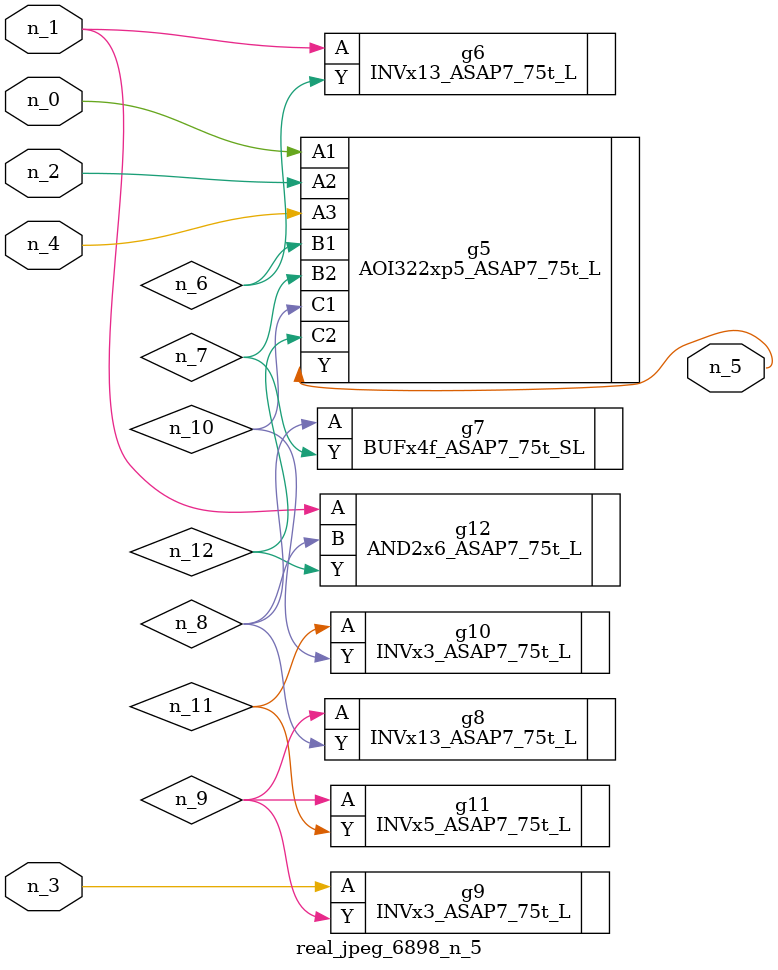
<source format=v>
module real_jpeg_6898_n_5 (n_4, n_0, n_1, n_2, n_3, n_5);

input n_4;
input n_0;
input n_1;
input n_2;
input n_3;

output n_5;

wire n_12;
wire n_8;
wire n_11;
wire n_6;
wire n_7;
wire n_10;
wire n_9;

AOI322xp5_ASAP7_75t_L g5 ( 
.A1(n_0),
.A2(n_2),
.A3(n_4),
.B1(n_6),
.B2(n_7),
.C1(n_10),
.C2(n_12),
.Y(n_5)
);

INVx13_ASAP7_75t_L g6 ( 
.A(n_1),
.Y(n_6)
);

AND2x6_ASAP7_75t_L g12 ( 
.A(n_1),
.B(n_8),
.Y(n_12)
);

INVx3_ASAP7_75t_L g9 ( 
.A(n_3),
.Y(n_9)
);

BUFx4f_ASAP7_75t_SL g7 ( 
.A(n_8),
.Y(n_7)
);

INVx13_ASAP7_75t_L g8 ( 
.A(n_9),
.Y(n_8)
);

INVx5_ASAP7_75t_L g11 ( 
.A(n_9),
.Y(n_11)
);

INVx3_ASAP7_75t_L g10 ( 
.A(n_11),
.Y(n_10)
);


endmodule
</source>
